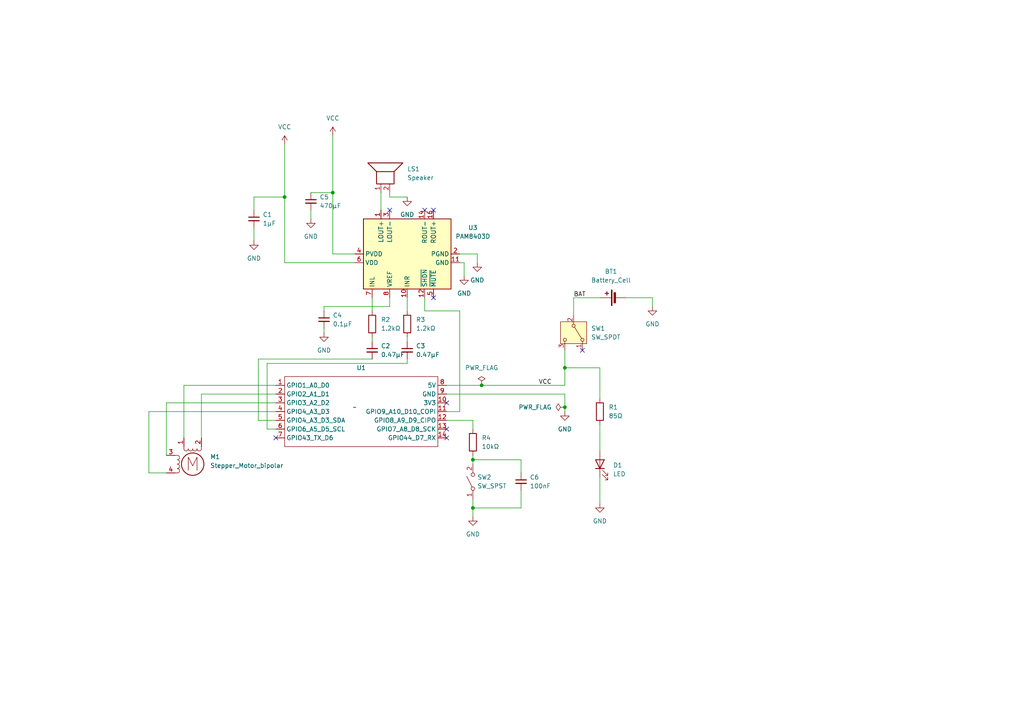
<source format=kicad_sch>
(kicad_sch (version 20230121) (generator eeschema)
  (paper "A4")
  (title_block (title "Cecilia Hung's PCB") (date "2024-01-28") (rev "1.0"))
  (lib_symbols
    (symbol "Amplifier_Audio:PAM8403D"
      (property "Reference" "U" (at 1.27 16.51 0))
      (property "Value" "PAM8403D" (at 6.096 14.224 0))
      (symbol "PAM8403D_0_1"
        (rectangle (start -10.16 12.7) (end 10.16 -12.7) (stroke (width 0.254)) (fill (type background)))
      )
      (symbol "PAM8403D_1_1"
        (pin output line (at 12.7 7.62 180) (length 2.54) (name "LOUT+") (number "1"))
        (pin input line (at -12.7 0 0) (length 2.54) (name "INR") (number "10"))
        (pin power_in line (at -2.54 -15.24 90) (length 2.54) (name "GND") (number "11"))
        (pin input line (at -12.7 -5.08 0) (length 2.54) (name "~{SHDN}") (number "12"))
        (pin passive line (at 0 15.24 270) (length 2.54) hide (name "PVDD") (number "13"))
        (pin output line (at 12.7 -5.08 180) (length 2.54) (name "ROUT-") (number "14"))
        (pin passive line (at 0 -15.24 90) (length 2.54) hide (name "PGND") (number "15"))
        (pin output line (at 12.7 -7.62 180) (length 2.54) (name "ROUT+") (number "16"))
        (pin power_in line (at 0 -15.24 90) (length 2.54) (name "PGND") (number "2"))
        (pin output line (at 12.7 5.08 180) (length 2.54) (name "LOUT-") (number "3"))
        (pin power_in line (at 0 15.24 270) (length 2.54) (name "PVDD") (number "4"))
        (pin input line (at -12.7 -7.62 0) (length 2.54) (name "~{MUTE}") (number "5"))
        (pin power_in line (at -2.54 15.24 270) (length 2.54) (name "VDD") (number "6"))
        (pin input line (at -12.7 10.16 0) (length 2.54) (name "INL") (number "7"))
        (pin input line (at -12.7 5.08 0) (length 2.54) (name "VREF") (number "8"))
        (pin no_connect line (at 10.16 -10.16 180) (length 2.54) hide (name "NC") (number "9"))
      )
    )
    (symbol "Device:Battery_Cell" (pin_numbers hide) (pin_names (offset 0) hide)
      (property "Reference" "BT" (at 2.54 2.54 0))
      (property "Value" "Battery_Cell" (at 2.54 0 0))
      (symbol "Battery_Cell_0_1"
        (rectangle (start -2.286 1.778) (end 2.286 1.524) (fill (type outline)))
        (rectangle (start -1.524 1.016) (end 1.524 0.508) (fill (type outline)))
        (polyline (pts (xy 0 0.762) (xy 0 0)))
        (polyline (pts (xy 0 1.778) (xy 0 2.54)))
        (polyline (pts (xy 0.762 3.048) (xy 1.778 3.048)) (stroke (width 0.254)))
        (polyline (pts (xy 1.27 3.556) (xy 1.27 2.54)) (stroke (width 0.254)))
      )
      (symbol "Battery_Cell_1_1"
        (pin passive line (at 0 5.08 270) (length 2.54) (name "+") (number "1"))
        (pin passive line (at 0 -2.54 90) (length 2.54) (name "-") (number "2"))
      )
    )
    (symbol "Device:C_Small" (pin_numbers hide) (pin_names (offset 0.254) hide)
      (property "Reference" "C" (at 0.254 1.778 0))
      (property "Value" "C_Small" (at 0.254 -2.032 0))
      (symbol "C_Small_0_1"
        (polyline (pts (xy -1.524 -0.508) (xy 1.524 -0.508)) (stroke (width 0.3302)))
        (polyline (pts (xy -1.524 0.508) (xy 1.524 0.508)) (stroke (width 0.3048)))
      )
      (symbol "C_Small_1_1"
        (pin passive line (at 0 2.54 270) (length 2.032) (name "~") (number "1"))
        (pin passive line (at 0 -2.54 90) (length 2.032) (name "~") (number "2"))
      )
    )
    (symbol "Device:LED" (pin_numbers hide) (pin_names (offset 1.016) hide)
      (property "Reference" "D" (at 0 2.54 0))
      (property "Value" "LED" (at 0 -2.54 0))
      (symbol "LED_0_1"
        (polyline (pts (xy -1.27 -1.27) (xy -1.27 1.27)) (stroke (width 0.254)))
        (polyline (pts (xy -1.27 0) (xy 1.27 0)))
        (polyline (pts (xy 1.27 -1.27) (xy 1.27 1.27) (xy -1.27 0) (xy 1.27 -1.27)) (stroke (width 0.254)))
        (polyline (pts (xy -3.048 -0.762) (xy -4.572 -2.286) (xy -3.81 -2.286) (xy -4.572 -2.286) (xy -4.572 -1.524)))
        (polyline (pts (xy -1.778 -0.762) (xy -3.302 -2.286) (xy -2.54 -2.286) (xy -3.302 -2.286) (xy -3.302 -1.524)))
      )
      (symbol "LED_1_1"
        (pin passive line (at -3.81 0 0) (length 2.54) (name "K") (number "1"))
        (pin passive line (at 3.81 0 180) (length 2.54) (name "A") (number "2"))
      )
    )
    (symbol "Device:R" (pin_numbers hide) (pin_names (offset 0))
      (property "Reference" "R" (at 2.032 0 90))
      (property "Value" "R" (at 0 0 90))
      (symbol "R_0_1"
        (rectangle (start -1.016 -2.54) (end 1.016 2.54) (stroke (width 0.254)))
      )
      (symbol "R_1_1"
        (pin passive line (at 0 3.81 270) (length 1.27) (name "~") (number "1"))
        (pin passive line (at 0 -3.81 90) (length 1.27) (name "~") (number "2"))
      )
    )
    (symbol "Device:Speaker" (pin_names (offset 0) hide)
      (property "Reference" "LS" (at 1.27 5.715 0))
      (property "Value" "Speaker" (at 1.27 3.81 0))
      (symbol "Speaker_0_0"
        (rectangle (start -2.54 1.27) (end 1.016 -3.81) (stroke (width 0.254)))
        (polyline (pts (xy 1.016 1.27) (xy 3.556 3.81) (xy 3.556 -6.35) (xy 1.016 -3.81)) (stroke (width 0.254)))
      )
      (symbol "Speaker_1_1"
        (pin input line (at -5.08 0 0) (length 2.54) (name "1") (number "1"))
        (pin input line (at -5.08 -2.54 0) (length 2.54) (name "2") (number "2"))
      )
    )
    (symbol "Motor:Stepper_Motor_bipolar" (pin_names (offset 0) hide)
      (property "Reference" "M" (at 3.81 2.54 0))
      (property "Value" "Stepper_Motor_bipolar" (at 3.81 1.27 0))
      (symbol "Stepper_Motor_bipolar_0_0"
        (polyline (pts (xy -1.27 -1.778) (xy -1.27 2.032) (xy 0 -0.508) (xy 1.27 2.032) (xy 1.27 -1.778)))
      )
      (symbol "Stepper_Motor_bipolar_0_1"
        (arc (start -4.445 -2.54) (mid -3.8127 -1.905) (end -4.445 -1.27))
        (arc (start -4.445 -1.27) (mid -3.8127 -0.635) (end -4.445 0))
        (arc (start -4.445 0) (mid -3.8127 0.635) (end -4.445 1.27))
        (arc (start -4.445 1.27) (mid -3.8127 1.905) (end -4.445 2.54))
        (arc (start -2.54 4.445) (mid -1.905 3.8127) (end -1.27 4.445))
        (arc (start -1.27 4.445) (mid -0.635 3.8127) (end 0 4.445))
        (polyline (pts (xy -5.08 -2.54) (xy -4.445 -2.54)))
        (polyline (pts (xy -5.08 2.54) (xy -4.445 2.54)))
        (polyline (pts (xy -2.54 5.08) (xy -2.54 4.445)))
        (polyline (pts (xy 2.54 5.08) (xy 2.54 4.445)))
        (circle (center 0 0) (radius 3.2512) (stroke (width 0.254)))
        (arc (start 0 4.445) (mid 0.635 3.8127) (end 1.27 4.445))
        (arc (start 1.27 4.445) (mid 1.905 3.8127) (end 2.54 4.445))
      )
      (symbol "Stepper_Motor_bipolar_1_1"
        (pin passive line (at -2.54 7.62 270) (length 2.54) (name "~") (number "1"))
        (pin passive line (at 2.54 7.62 270) (length 2.54) (name "-") (number "2"))
        (pin passive line (at -7.62 2.54 0) (length 2.54) (name "~") (number "3"))
        (pin passive line (at -7.62 -2.54 0) (length 2.54) (name "~") (number "4"))
      )
    )
    (symbol "Switch:SW_SPDT" (pin_names (offset 0) hide)
      (property "Reference" "SW" (at 0 5.08 0))
      (property "Value" "SW_SPDT" (at 0 -5.08 0))
      (symbol "SW_SPDT_0_1"
        (circle (center -2.032 0) (radius 0.4572))
        (polyline (pts (xy -1.651 0.254) (xy 1.651 2.286)))
        (circle (center 2.032 -2.54) (radius 0.4572))
        (circle (center 2.032 2.54) (radius 0.4572))
      )
      (symbol "SW_SPDT_1_1"
        (rectangle (start -3.175 3.81) (end 3.175 -3.81) (fill (type background)))
        (pin passive line (at 5.08 2.54 180) (length 2.54) (name "A") (number "1"))
        (pin passive line (at -5.08 0 0) (length 2.54) (name "B") (number "2"))
        (pin passive line (at 5.08 -2.54 180) (length 2.54) (name "C") (number "3"))
      )
    )
    (symbol "Switch:SW_SPST" (pin_names (offset 0) hide)
      (property "Reference" "SW" (at 0 3.175 0))
      (property "Value" "SW_SPST" (at 0 -2.54 0))
      (symbol "SW_SPST_0_0"
        (circle (center -2.032 0) (radius 0.508))
        (polyline (pts (xy -1.524 0.254) (xy 1.524 1.778)))
        (circle (center 2.032 0) (radius 0.508))
      )
      (symbol "SW_SPST_1_1"
        (pin passive line (at -5.08 0 0) (length 2.54) (name "A") (number "1"))
        (pin passive line (at 5.08 0 180) (length 2.54) (name "B") (number "2"))
      )
    )
    (symbol "demo:XIAO_ESP32_SENSE"
      (property "Reference" "U" (at 0 0 0))
      (symbol "XIAO_ESP32_SENSE_0_1"
        (polyline (pts (xy -20.32 8.89) (xy -20.32 -11.43) (xy 24.13 -11.43) (xy 24.13 8.89) (xy -20.32 8.89)))
      )
      (symbol "XIAO_ESP32_SENSE_1_1"
        (pin bidirectional line (at -22.86 6.35 0) (length 2.54) (name "GPIO1_A0_D0") (number "1"))
        (pin bidirectional line (at 26.67 1.27 180) (length 2.54) (name "3V3") (number "10"))
        (pin bidirectional line (at 26.67 -1.27 180) (length 2.54) (name "GPIO9_A10_D10_COPI") (number "11"))
        (pin bidirectional line (at 26.67 -3.81 180) (length 2.54) (name "GPIO8_A9_D9_CIPO") (number "12"))
        (pin bidirectional line (at 26.67 -6.35 180) (length 2.54) (name "GPIO7_A8_D8_SCK") (number "13"))
        (pin bidirectional line (at 26.67 -8.89 180) (length 2.54) (name "GPIO44_D7_RX") (number "14"))
        (pin bidirectional line (at -22.86 3.81 0) (length 2.54) (name "GPIO2_A1_D1") (number "2"))
        (pin bidirectional line (at -22.86 1.27 0) (length 2.54) (name "GPIO3_A2_D2") (number "3"))
        (pin bidirectional line (at -22.86 -1.27 0) (length 2.54) (name "GPIO4_A3_D3") (number "4"))
        (pin bidirectional line (at -22.86 -3.81 0) (length 2.54) (name "GPIO4_A3_D3_SDA") (number "5"))
        (pin bidirectional line (at -22.86 -6.35 0) (length 2.54) (name "GPIO6_A5_D5_SCL") (number "6"))
        (pin bidirectional line (at -22.86 -8.89 0) (length 2.54) (name "GPIO43_TX_D6") (number "7"))
        (pin bidirectional line (at 26.67 6.35 180) (length 2.54) (name "5V") (number "8"))
        (pin bidirectional line (at 26.67 3.81 180) (length 2.54) (name "GND") (number "9"))
      )
    )
    (symbol "power:GND" (power) (pin_names (offset 0))
      (property "Value" "GND" (at 0 -3.81 0))
      (symbol "GND_0_1"
        (polyline (pts (xy 0 0) (xy 0 -1.27) (xy 1.27 -1.27) (xy 0 -2.54) (xy -1.27 -1.27) (xy 0 -1.27)))
      )
      (symbol "GND_1_1"
        (pin power_in line (at 0 0 270) (length 0) hide (name "GND") (number "1"))
      )
    )
    (symbol "power:PWR_FLAG" (power) (pin_numbers hide) (pin_names (offset 0) hide)
      (property "Value" "PWR_FLAG" (at 0 3.81 0))
      (symbol "PWR_FLAG_0_0"
        (pin power_out line (at 0 0 90) (length 0) (name "pwr") (number "1"))
      )
      (symbol "PWR_FLAG_0_1"
        (polyline (pts (xy 0 0) (xy 0 1.27) (xy -1.016 1.905) (xy 0 2.54) (xy 1.016 1.905) (xy 0 1.27)))
      )
    )
    (symbol "power:VCC" (power) (pin_names (offset 0))
      (property "Value" "VCC" (at 0 3.81 0))
      (symbol "VCC_0_1"
        (polyline (pts (xy -0.762 1.27) (xy 0 2.54)))
        (polyline (pts (xy 0 0) (xy 0 2.54)))
        (polyline (pts (xy 0 2.54) (xy 0.762 1.27)))
      )
      (symbol "VCC_1_1"
        (pin power_in line (at 0 0 90) (length 0) hide (name "VCC") (number "1"))
      )
    )
  )
  (junction (at 163.83 106.68))
  (junction (at 163.83 118.11))
  (junction (at 82.55 57.15))
  (junction (at 96.52 55.88))
  (junction (at 137.16 147.32))
  (junction (at 137.16 133.35))
  (junction (at 139.7 111.76))
  (no_connect (at 125.73 60.96))
  (no_connect (at 80.01 127))
  (no_connect (at 129.54 127))
  (no_connect (at 113.03 60.96))
  (no_connect (at 125.73 86.36))
  (no_connect (at 168.91 101.6))
  (no_connect (at 123.19 60.96))
  (no_connect (at 129.54 124.46))
  (no_connect (at 129.54 116.84))
  (wire (pts (xy 77.47 105.41) (xy 77.47 124.46)))
  (wire (pts (xy 77.47 124.46) (xy 80.01 124.46)))
  (wire (pts (xy 151.13 133.35) (xy 151.13 137.16)))
  (wire (pts (xy 129.54 111.76) (xy 139.7 111.76)))
  (wire (pts (xy 181.61 86.36) (xy 189.23 86.36)))
  (wire (pts (xy 43.18 137.16) (xy 43.18 119.38)))
  (wire (pts (xy 151.13 147.32) (xy 137.16 147.32)))
  (wire (pts (xy 107.95 86.36) (xy 107.95 90.17)))
  (wire (pts (xy 189.23 86.36) (xy 189.23 88.9)))
  (wire (pts (xy 58.42 114.3) (xy 80.01 114.3)))
  (wire (pts (xy 139.7 111.76) (xy 163.83 111.76)))
  (wire (pts (xy 48.26 116.84) (xy 80.01 116.84)))
  (wire (pts (xy 138.43 73.66) (xy 138.43 76.2)))
  (wire (pts (xy 118.11 105.41) (xy 77.47 105.41)))
  (wire (pts (xy 96.52 73.66) (xy 102.87 73.66)))
  (wire (pts (xy 107.95 104.14) (xy 74.93 104.14)))
  (wire (pts (xy 137.16 147.32) (xy 137.16 144.78)))
  (wire (pts (xy 173.99 138.43) (xy 173.99 146.05)))
  (wire (pts (xy 107.95 97.79) (xy 107.95 99.06)))
  (wire (pts (xy 58.42 127) (xy 58.42 114.3)))
  (wire (pts (xy 129.54 121.92) (xy 137.16 121.92)))
  (wire (pts (xy 166.37 86.36) (xy 173.99 86.36)))
  (wire (pts (xy 96.52 39.37) (xy 96.52 55.88)))
  (wire (pts (xy 118.11 86.36) (xy 118.11 90.17)))
  (wire (pts (xy 137.16 132.08) (xy 137.16 133.35)))
  (wire (pts (xy 133.35 76.2) (xy 134.62 76.2)))
  (wire (pts (xy 137.16 149.86) (xy 137.16 147.32)))
  (wire (pts (xy 166.37 91.44) (xy 166.37 86.36)))
  (wire (pts (xy 113.03 55.88) (xy 113.03 57.15)))
  (wire (pts (xy 123.19 86.36) (xy 123.19 90.17)))
  (wire (pts (xy 48.26 132.08) (xy 48.26 116.84)))
  (wire (pts (xy 90.17 55.88) (xy 96.52 55.88)))
  (wire (pts (xy 93.98 90.17) (xy 93.98 88.9)))
  (wire (pts (xy 137.16 133.35) (xy 137.16 134.62)))
  (wire (pts (xy 82.55 57.15) (xy 73.66 57.15)))
  (wire (pts (xy 118.11 104.14) (xy 118.11 105.41)))
  (wire (pts (xy 173.99 106.68) (xy 173.99 115.57)))
  (wire (pts (xy 93.98 95.25) (xy 93.98 96.52)))
  (wire (pts (xy 48.26 137.16) (xy 43.18 137.16)))
  (wire (pts (xy 96.52 55.88) (xy 96.52 73.66)))
  (wire (pts (xy 82.55 41.91) (xy 82.55 57.15)))
  (wire (pts (xy 133.35 119.38) (xy 129.54 119.38)))
  (wire (pts (xy 133.35 73.66) (xy 138.43 73.66)))
  (wire (pts (xy 43.18 119.38) (xy 80.01 119.38)))
  (wire (pts (xy 163.83 106.68) (xy 163.83 111.76)))
  (wire (pts (xy 129.54 114.3) (xy 163.83 114.3)))
  (wire (pts (xy 73.66 66.04) (xy 73.66 69.85)))
  (wire (pts (xy 137.16 133.35) (xy 151.13 133.35)))
  (wire (pts (xy 82.55 76.2) (xy 102.87 76.2)))
  (wire (pts (xy 133.35 90.17) (xy 133.35 119.38)))
  (wire (pts (xy 163.83 101.6) (xy 163.83 106.68)))
  (wire (pts (xy 134.62 76.2) (xy 134.62 80.01)))
  (wire (pts (xy 163.83 114.3) (xy 163.83 118.11)))
  (wire (pts (xy 93.98 88.9) (xy 113.03 88.9)))
  (wire (pts (xy 74.93 121.92) (xy 80.01 121.92)))
  (wire (pts (xy 151.13 142.24) (xy 151.13 147.32)))
  (wire (pts (xy 113.03 57.15) (xy 118.11 57.15)))
  (wire (pts (xy 53.34 127) (xy 53.34 111.76)))
  (wire (pts (xy 110.49 55.88) (xy 110.49 60.96)))
  (wire (pts (xy 163.83 118.11) (xy 163.83 119.38)))
  (wire (pts (xy 163.83 106.68) (xy 173.99 106.68)))
  (wire (pts (xy 113.03 88.9) (xy 113.03 86.36)))
  (wire (pts (xy 137.16 121.92) (xy 137.16 124.46)))
  (wire (pts (xy 74.93 104.14) (xy 74.93 121.92)))
  (wire (pts (xy 118.11 97.79) (xy 118.11 99.06)))
  (wire (pts (xy 53.34 111.76) (xy 80.01 111.76)))
  (wire (pts (xy 73.66 57.15) (xy 73.66 60.96)))
  (wire (pts (xy 173.99 123.19) (xy 173.99 130.81)))
  (wire (pts (xy 82.55 57.15) (xy 82.55 76.2)))
  (wire (pts (xy 90.17 63.5) (xy 90.17 60.96)))
  (wire (pts (xy 123.19 90.17) (xy 133.35 90.17)))
  (label "VCC" (at 156.21 111.76 0))
  (label "BAT" (at 166.37 86.36 0))
  (symbol (lib_id "power:GND") (at 138.43 76.2 0) (unit 1)
    (property "Reference" "#PWR06" (effects hide))
    (property "Value" "GND" (at 138.43 81.28 0))
  )
  (symbol (lib_id "Motor:Stepper_Motor_bipolar") (at 55.88 134.62 0) (unit 1)
    (property "Reference" "M1" (at 60.96 132.4991 0) (effects (justify left)))
    (property "Value" "Stepper_Motor_bipolar" (at 60.96 135.0391 0) (effects (justify left)))
    (property "Footprint" "demo_motor:x27_stepper" (effects hide))
    (property "Datasheet" "http://www.infineon.com/dgdl/Application-Note-TLE8110EE_driving_UniPolarStepperMotor_V1.1.pdf?fileId=db3a30431be39b97011be5d0aa0a00b0" (effects hide))
  )
  (symbol (lib_id "Device:R") (at 118.11 93.98 0) (unit 1)
    (property "Reference" "R3" (at 120.65 92.71 0) (effects (justify left)))
    (property "Value" "1.2kΩ" (at 120.65 95.25 0) (effects (justify left)))
    (property "Footprint" "Resistor_SMD:R_0805_2012Metric_Pad1.20x1.40mm_HandSolder" (effects hide))
  )
  (symbol (lib_id "power:GND") (at 189.23 88.9 0) (unit 1)
    (property "Reference" "#PWR02" (effects hide))
    (property "Value" "GND" (at 189.23 93.98 0))
  )
  (symbol (lib_id "Device:LED") (at 173.99 134.62 90) (unit 1)
    (property "Reference" "D1" (at 177.8 134.9375 90) (effects (justify right)))
    (property "Value" "LED" (at 177.8 137.4775 90) (effects (justify right)))
    (property "Footprint" "LED_SMD:LED_0805_2012Metric_Pad1.15x1.40mm_HandSolder" (effects hide))
  )
  (symbol (lib_id "power:PWR_FLAG") (at 163.83 118.11 90) (unit 1)
    (property "Reference" "#FLG02" (effects hide))
    (property "Value" "PWR_FLAG" (at 160.02 118.11 90) (effects (justify left)))
  )
  (symbol (lib_id "power:VCC") (at 82.55 41.91 0) (unit 1)
    (property "Reference" "#PWR08" (effects hide))
    (property "Value" "VCC" (at 82.55 36.83 0))
  )
  (symbol (lib_id "Switch:SW_SPDT") (at 166.37 96.52 270) (unit 1)
    (property "Reference" "SW1" (at 171.45 95.25 90) (effects (justify left)))
    (property "Value" "SW_SPDT" (at 171.45 97.79 90) (effects (justify left)))
    (property "Footprint" "Connector_JST:JST_EH_B3B-EH-A_1x03_P2.50mm_Vertical" (effects hide))
  )
  (symbol (lib_id "power:GND") (at 93.98 96.52 0) (unit 1)
    (property "Reference" "#PWR07" (effects hide))
    (property "Value" "GND" (at 93.98 101.6 0))
  )
  (symbol (lib_id "Device:R") (at 173.99 119.38 0) (unit 1)
    (property "Reference" "R1" (at 176.53 118.11 0) (effects (justify left)))
    (property "Value" "85Ω" (at 176.53 120.65 0) (effects (justify left)))
    (property "Footprint" "Resistor_SMD:R_0805_2012Metric_Pad1.20x1.40mm_HandSolder" (effects hide))
  )
  (symbol (lib_id "power:GND") (at 90.17 63.5 0) (unit 1)
    (property "Reference" "#PWR010" (effects hide))
    (property "Value" "GND" (at 90.17 68.58 0))
  )
  (symbol (lib_id "Device:R") (at 107.95 93.98 180) (unit 1)
    (property "Reference" "R2" (at 110.49 92.71 0) (effects (justify right)))
    (property "Value" "1.2kΩ" (at 110.49 95.25 0) (effects (justify right)))
    (property "Footprint" "Resistor_SMD:R_0805_2012Metric_Pad1.20x1.40mm_HandSolder" (effects hide))
  )
  (symbol (lib_id "Device:C_Small") (at 90.17 58.42 0) (unit 1)
    (property "Reference" "C5" (at 92.71 57.1563 0) (effects (justify left)))
    (property "Value" "470μF" (at 92.71 59.6963 0) (effects (justify left)))
    (property "Footprint" "Capacitor_SMD:C_0805_2012Metric_Pad1.18x1.45mm_HandSolder" (effects hide))
  )
  (symbol (lib_id "Device:R") (at 137.16 128.27 0) (unit 1)
    (property "Reference" "R4" (at 139.7 127 0) (effects (justify left)))
    (property "Value" "10kΩ" (at 139.7 129.54 0) (effects (justify left)))
    (property "Footprint" "Resistor_SMD:R_0805_2012Metric_Pad1.20x1.40mm_HandSolder" (effects hide))
  )
  (symbol (lib_id "power:GND") (at 173.99 146.05 0) (unit 1)
    (property "Reference" "#PWR03" (effects hide))
    (property "Value" "GND" (at 173.99 151.13 0))
  )
  (symbol (lib_id "Amplifier_Audio:PAM8403D") (at 118.11 73.66 90) (unit 1)
    (property "Reference" "U3" (at 137.16 66.04 90))
    (property "Value" "PAM8403D" (at 137.16 68.58 90))
    (property "Footprint" "Package_SO:SOP-16_3.9x9.9mm_P1.27mm" (effects hide))
    (property "Datasheet" "https://www.diodes.com/assets/Datasheets/PAM8403.pdf" (effects hide))
  )
  (symbol (lib_id "Switch:SW_SPST") (at 137.16 139.7 90) (unit 1)
    (property "Reference" "SW2" (at 138.43 138.43 90) (effects (justify right)))
    (property "Value" "SW_SPST" (at 138.43 140.97 90) (effects (justify right)))
    (property "Footprint" "Button_Switch_THT:SW_PUSH-12mm" (effects hide))
  )
  (symbol (lib_id "power:GND") (at 118.11 57.15 0) (unit 1)
    (property "Reference" "#PWR011" (effects hide))
    (property "Value" "GND" (at 118.11 62.23 0))
  )
  (symbol (lib_id "Device:C_Small") (at 151.13 139.7 0) (unit 1)
    (property "Reference" "C6" (at 153.67 138.4363 0) (effects (justify left)))
    (property "Value" "100nF" (at 153.67 140.9763 0) (effects (justify left)))
    (property "Footprint" "Capacitor_SMD:C_0805_2012Metric_Pad1.18x1.45mm_HandSolder" (effects hide))
  )
  (symbol (lib_id "power:GND") (at 163.83 119.38 0) (unit 1)
    (property "Reference" "#PWR01" (effects hide))
    (property "Value" "GND" (at 163.83 124.46 0))
  )
  (symbol (lib_id "Device:Speaker") (at 110.49 50.8 90) (unit 1)
    (property "Reference" "LS1" (at 118.11 49.022 90) (effects (justify right)))
    (property "Value" "Speaker" (at 118.11 51.562 90) (effects (justify right)))
    (property "Footprint" "Connector_Pin:Pin_D1.2mm_L11.3mm_W3.0mm_Flat" (effects hide))
  )
  (symbol (lib_id "Device:C_Small") (at 93.98 92.71 0) (unit 1)
    (property "Reference" "C4" (at 96.52 91.4463 0) (effects (justify left)))
    (property "Value" "0.1μF" (at 96.52 93.9863 0) (effects (justify left)))
    (property "Footprint" "Capacitor_SMD:C_0805_2012Metric_Pad1.18x1.45mm_HandSolder" (effects hide))
  )
  (symbol (lib_id "power:GND") (at 137.16 149.86 0) (unit 1)
    (property "Reference" "#PWR012" (effects hide))
    (property "Value" "GND" (at 137.16 154.94 0))
  )
  (symbol (lib_id "Device:C_Small") (at 107.95 101.6 0) (unit 1)
    (property "Reference" "C2" (at 110.49 100.3363 0) (effects (justify left)))
    (property "Value" "0.47μF" (at 110.49 102.8763 0) (effects (justify left)))
    (property "Footprint" "Capacitor_SMD:C_0805_2012Metric_Pad1.18x1.45mm_HandSolder" (effects hide))
  )
  (symbol (lib_id "power:GND") (at 134.62 80.01 0) (unit 1)
    (property "Reference" "#PWR05" (effects hide))
    (property "Value" "GND" (at 134.62 85.09 0))
  )
  (symbol (lib_id "power:GND") (at 73.66 69.85 0) (unit 1)
    (property "Reference" "#PWR04" (effects hide))
    (property "Value" "GND" (at 73.66 74.93 0))
  )
  (symbol (lib_id "power:VCC") (at 96.52 39.37 0) (unit 1)
    (property "Reference" "#PWR09" (effects hide))
    (property "Value" "VCC" (at 96.52 34.29 0))
  )
  (symbol (lib_id "power:PWR_FLAG") (at 139.7 111.76 0) (unit 1)
    (property "Reference" "#FLG01" (effects hide))
    (property "Value" "PWR_FLAG" (at 139.7 106.68 0))
  )
  (symbol (lib_id "Device:Battery_Cell") (at 179.07 86.36 90) (unit 1)
    (property "Reference" "BT1" (at 177.2285 78.74 90))
    (property "Value" "Battery_Cell" (at 177.2285 81.28 90))
    (property "Footprint" "Connector_JST:JST_NV_B02P-NV_1x02_P5.00mm_Vertical" (effects hide))
  )
  (symbol (lib_id "Device:C_Small") (at 118.11 101.6 0) (unit 1)
    (property "Reference" "C3" (at 120.65 100.3363 0) (effects (justify left)))
    (property "Value" "0.47μF" (at 120.65 102.8763 0) (effects (justify left)))
    (property "Footprint" "Capacitor_SMD:C_0805_2012Metric_Pad1.18x1.45mm_HandSolder" (effects hide))
  )
  (symbol (lib_id "demo:XIAO_ESP32_SENSE") (at 102.87 118.11 0) (unit 1)
    (property "Reference" "U1" (at 104.775 106.68 0))
    (property "Value" "~" (at 102.87 118.11 0))
    (property "Footprint" "demo_esp32:XIAO_ESP32_SENSE" (effects hide))
  )
  (symbol (lib_id "Device:C_Small") (at 73.66 63.5 0) (unit 1)
    (property "Reference" "C1" (at 76.2 62.2363 0) (effects (justify left)))
    (property "Value" "1μF" (at 76.2 64.7763 0) (effects (justify left)))
    (property "Footprint" "Capacitor_SMD:C_0805_2012Metric_Pad1.18x1.45mm_HandSolder" (effects hide))
  )
)
</source>
